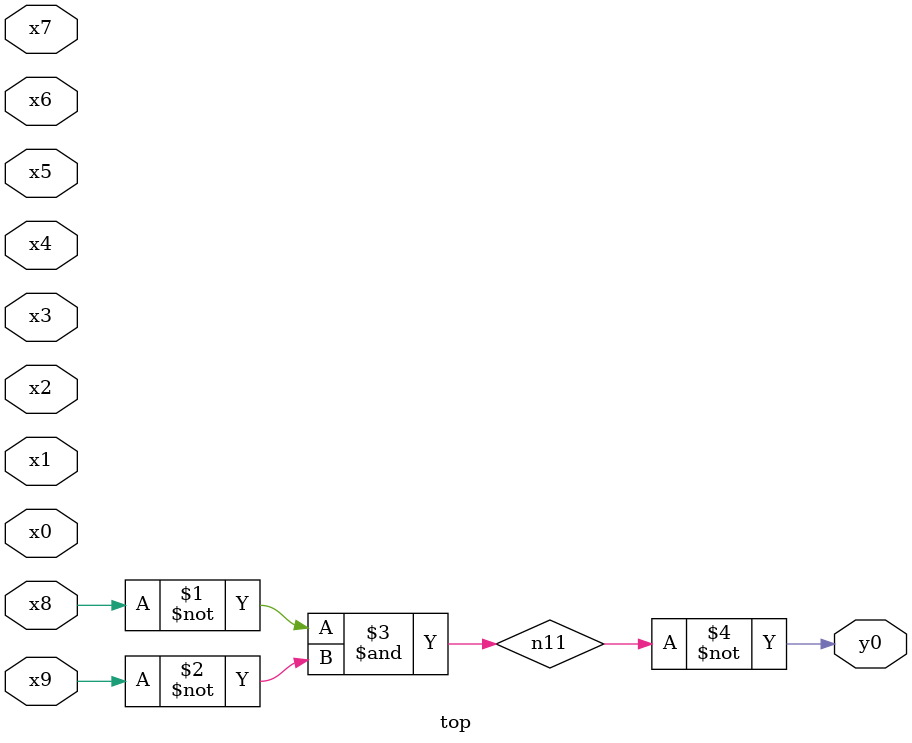
<source format=v>
module top( x0 , x1 , x2 , x3 , x4 , x5 , x6 , x7 , x8 , x9 , y0 );
  input x0 , x1 , x2 , x3 , x4 , x5 , x6 , x7 , x8 , x9 ;
  output y0 ;
  wire n11 ;
  assign n11 = ~x8 & ~x9 ;
  assign y0 = ~n11 ;
endmodule

</source>
